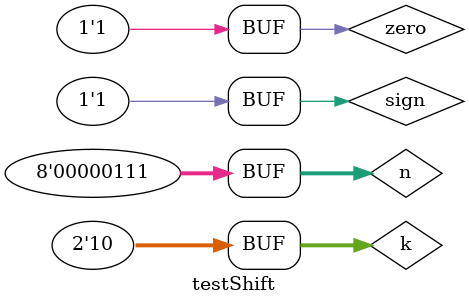
<source format=v>
`timescale 1ns / 1ps


module testShift;

	// Inputs
	reg [1:0] k;
	reg sign;
	reg zero;
	reg [7:0] n;

	// Outputs
	wire [7:0] out;

	// Instantiate the Unit Under Test (UUT)
	Shifter uut (
		.k(k), 
		.sign(sign), 
		.zero(zero), 
		.n(n), 
		.out(out)
	);

	initial begin
		// Initialize Inputs
		k = 2;
		sign = 0;
		zero = 0;
		n = 7;

		// Wait 100 ns for global reset to finish
		#100;
      
		k = 2;
		sign = 1;
		zero = 0;
		n = 7;

		#100
		
		k = 2;
		sign = 0;
		zero = 1;
		n = 7;

		#100
		k = 2;
		sign = 1;
		zero = 1;
		n = 7;
		// Add stimulus here

	end
      
endmodule


</source>
